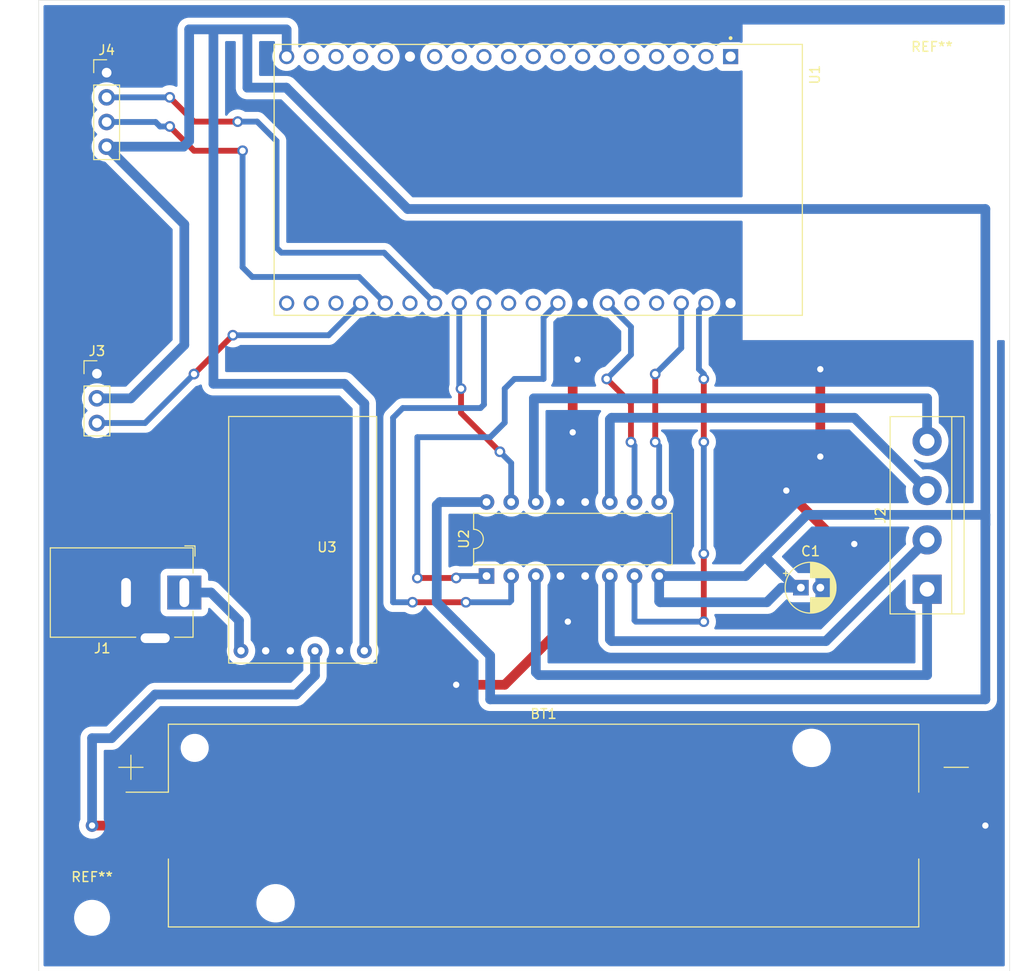
<source format=kicad_pcb>
(kicad_pcb (version 20240108) (generator "pcbnew") (generator_version "8.0")
  (layers (0 "F.Cu" signal) (31 "B.Cu" signal) (34 "B.Paste" user) (35 "F.Paste" user) (36 "B.SilkS" user "B.Silkscreen") (37 "F.SilkS" user "F.Silkscreen") (38 "B.Mask" user) (39 "F.Mask" user) (44 "Edge.Cuts" user))
  (net 0 "")
  (net 1 "GND")
  (net 2 "+BATT")
  (net 3 "+5V")
  (net 4 "VDC")
  (net 5 "/Potencia_3y")
  (net 6 "/Potencia_2y")
  (net 7 "/Potencia_4y")
  (net 8 "/Potencia_1y")
  (net 9 "/PWM0")
  (net 10 "/D6")
  (net 11 "/D5")
  (net 19 "/D4")
  (net 25 "/D1")
  (net 26 "/PWM2")
  (net 28 "/D3")
  (net 38 "/D2")
  (net 41 "/PWM1")
  (footprint "Package_DIP:DIP-16_W7.62mm" (layer "F.Cu") (at 131.625 107.3 90)
    (property "Reference" "U2" (at 3.81 -2.33 90) (layer "F.SilkS"))
    (property "Value" "L293D")
    (fp_line (start 6.46 -1.33) (end 4.81 -1.33) (stroke (width 0.12)) (layer "F.SilkS"))
    (fp_line (start 2.81 -1.33) (end 1.16 -1.33) (stroke (width 0.12)) (layer "F.SilkS"))
    (fp_line (start 1.16 -1.33) (end 1.16 19.11) (stroke (width 0.12)) (layer "F.SilkS"))
    (fp_line (start 6.46 19.11) (end 6.46 -1.33) (stroke (width 0.12)) (layer "F.SilkS"))
    (fp_line (start 1.16 19.11) (end 6.46 19.11) (stroke (width 0.12)) (layer "F.SilkS"))
    (fp_arc (start 4.81 -1.33) (mid 3.81 -0.33) (end 2.81 -1.33) (stroke (width 0.12)) (layer "F.SilkS"))
    (pad "1" thru_hole rect (at 0 0 90) (size 1.6 1.6) (drill 0.8) (layers "*.Cu" "*.Mask") (net 41 "/PWM1"))
    (pad "2" thru_hole oval (at 0 2.54 90) (size 1.6 1.6) (drill 0.8) (layers "*.Cu" "*.Mask") (net 25 "/D1"))
    (pad "3" thru_hole oval (at 0 5.08 90) (size 1.6 1.6) (drill 0.8) (layers "*.Cu" "*.Mask") (net 8 "/Potencia_1y"))
    (pad "4" thru_hole oval (at 0 7.62 90) (size 1.6 1.6) (drill 0.8) (layers "*.Cu" "*.Mask") (net 1 "GND"))
    (pad "5" thru_hole oval (at 0 10.16 90) (size 1.6 1.6) (drill 0.8) (layers "*.Cu" "*.Mask") (net 1 "GND"))
    (pad "6" thru_hole oval (at 0 12.7 90) (size 1.6 1.6) (drill 0.8) (layers "*.Cu" "*.Mask") (net 6 "/Potencia_2y"))
    (pad "7" thru_hole oval (at 0 15.24 90) (size 1.6 1.6) (drill 0.8) (layers "*.Cu" "*.Mask") (net 38 "/D2"))
    (pad "8" thru_hole oval (at 0 17.78 90) (size 1.6 1.6) (drill 0.8) (layers "*.Cu" "*.Mask") (net 3 "+5V"))
    (pad "9" thru_hole oval (at 7.62 17.78 90) (size 1.6 1.6) (drill 0.8) (layers "*.Cu" "*.Mask") (net 26 "/PWM2"))
    (pad "10" thru_hole oval (at 7.62 15.24 90) (size 1.6 1.6) (drill 0.8) (layers "*.Cu" "*.Mask") (net 28 "/D3"))
    (pad "11" thru_hole oval (at 7.62 12.7 90) (size 1.6 1.6) (drill 0.8) (layers "*.Cu" "*.Mask") (net 5 "/Potencia_3y"))
    (pad "12" thru_hole oval (at 7.62 10.16 90) (size 1.6 1.6) (drill 0.8) (layers "*.Cu" "*.Mask") (net 1 "GND"))
    (pad "13" thru_hole oval (at 7.62 7.62 90) (size 1.6 1.6) (drill 0.8) (layers "*.Cu" "*.Mask") (net 1 "GND"))
    (pad "14" thru_hole oval (at 7.62 5.08 90) (size 1.6 1.6) (drill 0.8) (layers "*.Cu" "*.Mask") (net 7 "/Potencia_4y"))
    (pad "15" thru_hole oval (at 7.62 2.54 90) (size 1.6 1.6) (drill 0.8) (layers "*.Cu" "*.Mask") (net 19 "/D4"))
    (pad "16" thru_hole oval (at 7.62 0 90) (size 1.6 1.6) (drill 0.8) (layers "*.Cu" "*.Mask") (net 3 "+5V"))
  )
  (footprint "MountingHole:MountingHole_3.2mm_M3" (layer "F.Cu") (at 177.5 57)
    (property "Reference" "REF**" (at 0 -4.2 0) (layer "F.SilkS"))
    (property "Value" "MountingHole_3.2mm_M3")
    (pad "" np_thru_hole circle (at 0 0) (size 3.2 3.2) (drill 3.2) (layers "*.Cu" "*.Mask"))
  )
  (footprint "MH-CD42:mh-cd42" (layer "F.Cu") (at 112.69 103.57)
    (property "Reference" "U3" (at 2.5 0.77 0) (layer "F.SilkS"))
    (property "Value" "mh-cd42")
    (fp_rect (start -7.62 -12.7) (end 7.62 12.7) (stroke (width 0.12)) (fill none) (layer "F.SilkS"))
    (pad "1" thru_hole circle (at -6.35 11.43) (size 1.524 1.524) (drill 0.762) (layers "*.Cu" "*.Mask") (net 4 "VDC"))
    (pad "2" thru_hole circle (at -3.81 11.43) (size 1.524 1.524) (drill 0.762) (layers "*.Cu" "*.Mask") (net 1 "GND"))
    (pad "3" thru_hole circle (at -1.27 11.43) (size 1.524 1.524) (drill 0.762) (layers "*.Cu" "*.Mask") (net 1 "GND"))
    (pad "4" thru_hole circle (at 1.27 11.43) (size 1.524 1.524) (drill 0.762) (layers "*.Cu" "*.Mask") (net 2 "+BATT"))
    (pad "5" thru_hole circle (at 3.81 11.43) (size 1.524 1.524) (drill 0.762) (layers "*.Cu" "*.Mask") (net 1 "GND"))
    (pad "6" thru_hole circle (at 6.35 11.43) (size 1.524 1.524) (drill 0.762) (layers "*.Cu" "*.Mask") (net 3 "+5V"))
  )
  (footprint "MountingHole:MountingHole_3.2mm_M3" (layer "F.Cu") (at 91 142.5)
    (property "Reference" "REF**" (at 0 -4.2 0) (layer "F.SilkS"))
    (property "Value" "MountingHole_3.2mm_M3")
    (pad "" np_thru_hole circle (at 0 0) (size 3.2 3.2) (drill 3.2) (layers "*.Cu" "*.Mask"))
  )
  (footprint "Connector_BarrelJack:BarrelJack_Horizontal" (layer "F.Cu") (at 100.5 109)
    (property "Reference" "J1" (at -8.45 5.75 0) (layer "F.SilkS"))
    (property "Value" "Barrel_Jack_Switch")
    (fp_line (start -13.8 -4.6) (end 0.9 -4.6) (stroke (width 0.12)) (layer "F.SilkS"))
    (fp_line (start -13.8 4.6) (end -13.8 -4.6) (stroke (width 0.12)) (layer "F.SilkS"))
    (fp_line (start -5 4.6) (end -13.8 4.6) (stroke (width 0.12)) (layer "F.SilkS"))
    (fp_line (start 0.05 -4.8) (end 1.1 -4.8) (stroke (width 0.12)) (layer "F.SilkS"))
    (fp_line (start 0.9 -4.6) (end 0.9 -2) (stroke (width 0.12)) (layer "F.SilkS"))
    (fp_line (start 0.9 1.9) (end 0.9 4.6) (stroke (width 0.12)) (layer "F.SilkS"))
    (fp_line (start 0.9 4.6) (end -1 4.6) (stroke (width 0.12)) (layer "F.SilkS"))
    (fp_line (start 1.1 -3.75) (end 1.1 -4.8) (stroke (width 0.12)) (layer "F.SilkS"))
    (pad "1" thru_hole rect (at 0 0) (size 3.5 3.5) (drill oval 1 3) (layers "*.Cu" "*.Mask") (net 4 "VDC"))
    (pad "2" thru_hole roundrect (at -6 0) (size 3 3.5) (drill oval 1 3) (layers "*.Cu" "*.Mask") (net 1 "GND"))
    (pad "3" thru_hole roundrect (at -3 4.7) (size 3.5 3.5) (drill oval 3 1) (layers "*.Cu" "*.Mask") (net 1 "GND"))
  )
  (footprint "Capacitor_THT:CP_Radial_D5.0mm_P2.00mm" (layer "F.Cu") (at 164 108.5)
    (property "Reference" "C1" (at 1 -3.75 0) (layer "F.SilkS"))
    (property "Value" "C_Polarized")
    (fp_line (start -1.804775 -1.475) (end -1.304775 -1.475) (stroke (width 0.12)) (layer "F.SilkS"))
    (fp_line (start -1.554775 -1.725) (end -1.554775 -1.225) (stroke (width 0.12)) (layer "F.SilkS"))
    (fp_line (start 1 -2.58) (end 1 -1.04) (stroke (width 0.12)) (layer "F.SilkS"))
    (fp_line (start 1 1.04) (end 1 2.58) (stroke (width 0.12)) (layer "F.SilkS"))
    (fp_line (start 1.04 -2.58) (end 1.04 -1.04) (stroke (width 0.12)) (layer "F.SilkS"))
    (fp_line (start 1.04 1.04) (end 1.04 2.58) (stroke (width 0.12)) (layer "F.SilkS"))
    (fp_line (start 1.08 -2.579) (end 1.08 -1.04) (stroke (width 0.12)) (layer "F.SilkS"))
    (fp_line (start 1.08 1.04) (end 1.08 2.579) (stroke (width 0.12)) (layer "F.SilkS"))
    (fp_line (start 1.12 -2.578) (end 1.12 -1.04) (stroke (width 0.12)) (layer "F.SilkS"))
    (fp_line (start 1.12 1.04) (end 1.12 2.578) (stroke (width 0.12)) (layer "F.SilkS"))
    (fp_line (start 1.16 -2.576) (end 1.16 -1.04) (stroke (width 0.12)) (layer "F.SilkS"))
    (fp_line (start 1.16 1.04) (end 1.16 2.576) (stroke (width 0.12)) (layer "F.SilkS"))
    (fp_line (start 1.2 -2.573) (end 1.2 -1.04) (stroke (width 0.12)) (layer "F.SilkS"))
    (fp_line (start 1.2 1.04) (end 1.2 2.573) (stroke (width 0.12)) (layer "F.SilkS"))
    (fp_line (start 1.24 -2.569) (end 1.24 -1.04) (stroke (width 0.12)) (layer "F.SilkS"))
    (fp_line (start 1.24 1.04) (end 1.24 2.569) (stroke (width 0.12)) (layer "F.SilkS"))
    (fp_line (start 1.28 -2.565) (end 1.28 -1.04) (stroke (width 0.12)) (layer "F.SilkS"))
    (fp_line (start 1.28 1.04) (end 1.28 2.565) (stroke (width 0.12)) (layer "F.SilkS"))
    (fp_line (start 1.32 -2.561) (end 1.32 -1.04) (stroke (width 0.12)) (layer "F.SilkS"))
    (fp_line (start 1.32 1.04) (end 1.32 2.561) (stroke (width 0.12)) (layer "F.SilkS"))
    (fp_line (start 1.36 -2.556) (end 1.36 -1.04) (stroke (width 0.12)) (layer "F.SilkS"))
    (fp_line (start 1.36 1.04) (end 1.36 2.556) (stroke (width 0.12)) (layer "F.SilkS"))
    (fp_line (start 1.4 -2.55) (end 1.4 -1.04) (stroke (width 0.12)) (layer "F.SilkS"))
    (fp_line (start 1.4 1.04) (end 1.4 2.55) (stroke (width 0.12)) (layer "F.SilkS"))
    (fp_line (start 1.44 -2.543) (end 1.44 -1.04) (stroke (width 0.12)) (layer "F.SilkS"))
    (fp_line (start 1.44 1.04) (end 1.44 2.543) (stroke (width 0.12)) (layer "F.SilkS"))
    (fp_line (start 1.48 -2.536) (end 1.48 -1.04) (stroke (width 0.12)) (layer "F.SilkS"))
    (fp_line (start 1.48 1.04) (end 1.48 2.536) (stroke (width 0.12)) (layer "F.SilkS"))
    (fp_line (start 1.52 -2.528) (end 1.52 -1.04) (stroke (width 0.12)) (layer "F.SilkS"))
    (fp_line (start 1.52 1.04) (end 1.52 2.528) (stroke (width 0.12)) (layer "F.SilkS"))
    (fp_line (start 1.56 -2.52) (end 1.56 -1.04) (stroke (width 0.12)) (layer "F.SilkS"))
    (fp_line (start 1.56 1.04) (end 1.56 2.52) (stroke (width 0.12)) (layer "F.SilkS"))
    (fp_line (start 1.6 -2.511) (end 1.6 -1.04) (stroke (width 0.12)) (layer "F.SilkS"))
    (fp_line (start 1.6 1.04) (end 1.6 2.511) (stroke (width 0.12)) (layer "F.SilkS"))
    (fp_line (start 1.64 -2.501) (end 1.64 -1.04) (stroke (width 0.12)) (layer "F.SilkS"))
    (fp_line (start 1.64 1.04) (end 1.64 2.501) (stroke (width 0.12)) (layer "F.SilkS"))
    (fp_line (start 1.68 -2.491) (end 1.68 -1.04) (stroke (width 0.12)) (layer "F.SilkS"))
    (fp_line (start 1.68 1.04) (end 1.68 2.491) (stroke (width 0.12)) (layer "F.SilkS"))
    (fp_line (start 1.721 -2.48) (end 1.721 -1.04) (stroke (width 0.12)) (layer "F.SilkS"))
    (fp_line (start 1.721 1.04) (end 1.721 2.48) (stroke (width 0.12)) (layer "F.SilkS"))
    (fp_line (start 1.761 -2.468) (end 1.761 -1.04) (stroke (width 0.12)) (layer "F.SilkS"))
    (fp_line (start 1.761 1.04) (end 1.761 2.468) (stroke (width 0.12)) (layer "F.SilkS"))
    (fp_line (start 1.801 -2.455) (end 1.801 -1.04) (stroke (width 0.12)) (layer "F.SilkS"))
    (fp_line (start 1.801 1.04) (end 1.801 2.455) (stroke (width 0.12)) (layer "F.SilkS"))
    (fp_line (start 1.841 -2.442) (end 1.841 -1.04) (stroke (width 0.12)) (layer "F.SilkS"))
    (fp_line (start 1.841 1.04) (end 1.841 2.442) (stroke (width 0.12)) (layer "F.SilkS"))
    (fp_line (start 1.881 -2.428) (end 1.881 -1.04) (stroke (width 0.12)) (layer "F.SilkS"))
    (fp_line (start 1.881 1.04) (end 1.881 2.428) (stroke (width 0.12)) (layer "F.SilkS"))
    (fp_line (start 1.921 -2.414) (end 1.921 -1.04) (stroke (width 0.12)) (layer "F.SilkS"))
    (fp_line (start 1.921 1.04) (end 1.921 2.414) (stroke (width 0.12)) (layer "F.SilkS"))
    (fp_line (start 1.961 -2.398) (end 1.961 -1.04) (stroke (width 0.12)) (layer "F.SilkS"))
    (fp_line (start 1.961 1.04) (end 1.961 2.398) (stroke (width 0.12)) (layer "F.SilkS"))
    (fp_line (start 2.001 -2.382) (end 2.001 -1.04) (stroke (width 0.12)) (layer "F.SilkS"))
    (fp_line (start 2.001 1.04) (end 2.001 2.382) (stroke (width 0.12)) (layer "F.SilkS"))
    (fp_line (start 2.041 -2.365) (end 2.041 -1.04) (stroke (width 0.12)) (layer "F.SilkS"))
    (fp_line (start 2.041 1.04) (end 2.041 2.365) (stroke (width 0.12)) (layer "F.SilkS"))
    (fp_line (start 2.081 -2.348) (end 2.081 -1.04) (stroke (width 0.12)) (layer "F.SilkS"))
    (fp_line (start 2.081 1.04) (end 2.081 2.348) (stroke (width 0.12)) (layer "F.SilkS"))
    (fp_line (start 2.121 -2.329) (end 2.121 -1.04) (stroke (width 0.12)) (layer "F.SilkS"))
    (fp_line (start 2.121 1.04) (end 2.121 2.329) (stroke (width 0.12)) (layer "F.SilkS"))
    (fp_line (start 2.161 -2.31) (end 2.161 -1.04) (stroke (width 0.12)) (layer "F.SilkS"))
    (fp_line (start 2.161 1.04) (end 2.161 2.31) (stroke (width 0.12)) (layer "F.SilkS"))
    (fp_line (start 2.201 -2.29) (end 2.201 -1.04) (stroke (width 0.12)) (layer "F.SilkS"))
    (fp_line (start 2.201 1.04) (end 2.201 2.29) (stroke (width 0.12)) (layer "F.SilkS"))
    (fp_line (start 2.241 -2.268) (end 2.241 -1.04) (stroke (width 0.12)) (layer "F.SilkS"))
    (fp_line (start 2.241 1.04) (end 2.241 2.268) (stroke (width 0.12)) (layer "F.SilkS"))
    (fp_line (start 2.281 -2.247) (end 2.281 -1.04) (stroke (width 0.12)) (layer "F.SilkS"))
    (fp_line (start 2.281 1.04) (end 2.281 2.247) (stroke (width 0.12)) (layer "F.SilkS"))
    (fp_line (start 2.321 -2.224) (end 2.321 -1.04) (stroke (width 0.12)) (layer "F.SilkS"))
    (fp_line (start 2.321 1.04) (end 2.321 2.224) (stroke (width 0.12)) (layer "F.SilkS"))
    (fp_line (start 2.361 -2.2) (end 2.361 -1.04) (stroke (width 0.12)) (layer "F.SilkS"))
    (fp_line (start 2.361 1.04) (end 2.361 2.2) (stroke (width 0.12)) (layer "F.SilkS"))
    (fp_line (start 2.401 -2.175) (end 2.401 -1.04) (stroke (width 0.12)) (layer "F.SilkS"))
    (fp_line (start 2.401 1.04) (end 2.401 2.175) (stroke (width 0.12)) (layer "F.SilkS"))
    (fp_line (start 2.441 -2.149) (end 2.441 -1.04) (stroke (width 0.12)) (layer "F.SilkS"))
    (fp_line (start 2.441 1.04) (end 2.441 2.149) (stroke (width 0.12)) (layer "F.SilkS"))
    (fp_line (start 2.481 -2.122) (end 2.481 -1.04) (stroke (width 0.12)) (layer "F.SilkS"))
    (fp_line (start 2.481 1.04) (end 2.481 2.122) (stroke (width 0.12)) (layer "F.SilkS"))
    (fp_line (start 2.521 -2.095) (end 2.521 -1.04) (stroke (width 0.12)) (layer "F.SilkS"))
    (fp_line (start 2.521 1.04) (end 2.521 2.095) (stroke (width 0.12)) (layer "F.SilkS"))
    (fp_line (start 2.561 -2.065) (end 2.561 -1.04) (stroke (width 0.12)) (layer "F.SilkS"))
    (fp_line (start 2.561 1.04) (end 2.561 2.065) (stroke (width 0.12)) (layer "F.SilkS"))
    (fp_line (start 2.601 -2.035) (end 2.601 -1.04) (stroke (width 0.12)) (layer "F.SilkS"))
    (fp_line (start 2.601 1.04) (end 2.601 2.035) (stroke (width 0.12)) (layer "F.SilkS"))
    (fp_line (start 2.641 -2.004) (end 2.641 -1.04) (stroke (width 0.12)) (layer "F.SilkS"))
    (fp_line (start 2.641 1.04) (end 2.641 2.004) (stroke (width 0.12)) (layer "F.SilkS"))
    (fp_line (start 2.681 -1.971) (end 2.681 -1.04) (stroke (width 0.12)) (layer "F.SilkS"))
    (fp_line (start 2.681 1.04) (end 2.681 1.971) (stroke (width 0.12)) (layer "F.SilkS"))
    (fp_line (start 2.721 -1.937) (end 2.721 -1.04) (stroke (width 0.12)) (layer "F.SilkS"))
    (fp_line (start 2.721 1.04) (end 2.721 1.937) (stroke (width 0.12)) (layer "F.SilkS"))
    (fp_line (start 2.761 -1.901) (end 2.761 -1.04) (stroke (width 0.12)) (layer "F.SilkS"))
    (fp_line (start 2.761 1.04) (end 2.761 1.901) (stroke (width 0.12)) (layer "F.SilkS"))
    (fp_line (start 2.801 -1.864) (end 2.801 -1.04) (stroke (width 0.12)) (layer "F.SilkS"))
    (fp_line (start 2.801 1.04) (end 2.801 1.864) (stroke (width 0.12)) (layer "F.SilkS"))
    (fp_line (start 2.841 -1.826) (end 2.841 -1.04) (stroke (width 0.12)) (layer "F.SilkS"))
    (fp_line (start 2.841 1.04) (end 2.841 1.826) (stroke (width 0.12)) (layer "F.SilkS"))
    (fp_line (start 2.881 -1.785) (end 2.881 -1.04) (stroke (width 0.12)) (layer "F.SilkS"))
    (fp_line (start 2.881 1.04) (end 2.881 1.785) (stroke (width 0.12)) (layer "F.SilkS"))
    (fp_line (start 2.921 -1.743) (end 2.921 -1.04) (stroke (width 0.12)) (layer "F.SilkS"))
    (fp_line (start 2.921 1.04) (end 2.921 1.743) (stroke (width 0.12)) (layer "F.SilkS"))
    (fp_line (start 2.961 -1.699) (end 2.961 -1.04) (stroke (width 0.12)) (layer "F.SilkS"))
    (fp_line (start 2.961 1.04) (end 2.961 1.699) (stroke (width 0.12)) (layer "F.SilkS"))
    (fp_line (start 3.001 -1.653) (end 3.001 -1.04) (stroke (width 0.12)) (layer "F.SilkS"))
    (fp_line (start 3.001 1.04) (end 3.001 1.653) (stroke (width 0.12)) (layer "F.SilkS"))
    (fp_line (start 3.041 -1.605) (end 3.041 1.605) (stroke (width 0.12)) (layer "F.SilkS"))
    (fp_line (start 3.081 -1.554) (end 3.081 1.554) (stroke (width 0.12)) (layer "F.SilkS"))
    (fp_line (start 3.121 -1.5) (end 3.121 1.5) (stroke (width 0.12)) (layer "F.SilkS"))
    (fp_line (start 3.161 -1.443) (end 3.161 1.443) (stroke (width 0.12)) (layer "F.SilkS"))
    (fp_line (start 3.201 -1.383) (end 3.201 1.383) (stroke (width 0.12)) (layer "F.SilkS"))
    (fp_line (start 3.241 -1.319) (end 3.241 1.319) (stroke (width 0.12)) (layer "F.SilkS"))
    (fp_line (start 3.281 -1.251) (end 3.281 1.251) (stroke (width 0.12)) (layer "F.SilkS"))
    (fp_line (start 3.321 -1.178) (end 3.321 1.178) (stroke (width 0.12)) (layer "F.SilkS"))
    (fp_line (start 3.361 -1.098) (end 3.361 1.098) (stroke (width 0.12)) (layer "F.SilkS"))
    (fp_line (start 3.401 -1.011) (end 3.401 1.011) (stroke (width 0.12)) (layer "F.SilkS"))
    (fp_line (start 3.441 -0.915) (end 3.441 0.915) (stroke (width 0.12)) (layer "F.SilkS"))
    (fp_line (start 3.481 -0.805) (end 3.481 0.805) (stroke (width 0.12)) (layer "F.SilkS"))
    (fp_line (start 3.521 -0.677) (end 3.521 0.677) (stroke (width 0.12)) (layer "F.SilkS"))
    (fp_line (start 3.561 -0.518) (end 3.561 0.518) (stroke (width 0.12)) (layer "F.SilkS"))
    (fp_line (start 3.601 -0.284) (end 3.601 0.284) (stroke (width 0.12)) (layer "F.SilkS"))
    (fp_circle (center 1 0) (end 3.62 0) (stroke (width 0.12)) (fill none) (layer "F.SilkS"))
    (pad "1" thru_hole rect (at 0 0) (size 1.6 1.6) (drill 0.8) (layers "*.Cu" "*.Mask") (net 3 "+5V"))
    (pad "2" thru_hole circle (at 2 0) (size 1.6 1.6) (drill 0.8) (layers "*.Cu" "*.Mask") (net 1 "GND"))
  )
  (footprint "Connector_PinHeader_2.54mm:PinHeader_1x03_P2.54mm_Vertical" (layer "F.Cu") (at 91.5 86.46)
    (property "Reference" "J3" (at 0 -2.33 0) (layer "F.SilkS"))
    (property "Value" "ServoMotor")
    (fp_line (start -1.33 -1.33) (end 0 -1.33) (stroke (width 0.12)) (layer "F.SilkS"))
    (fp_line (start -1.33 0) (end -1.33 -1.33) (stroke (width 0.12)) (layer "F.SilkS"))
    (fp_line (start -1.33 1.27) (end -1.33 6.41) (stroke (width 0.12)) (layer "F.SilkS"))
    (fp_line (start -1.33 1.27) (end 1.33 1.27) (stroke (width 0.12)) (layer "F.SilkS"))
    (fp_line (start -1.33 6.41) (end 1.33 6.41) (stroke (width 0.12)) (layer "F.SilkS"))
    (fp_line (start 1.33 1.27) (end 1.33 6.41) (stroke (width 0.12)) (layer "F.SilkS"))
    (pad "1" thru_hole rect (at 0 0) (size 1.7 1.7) (drill 1) (layers "*.Cu" "*.Mask") (net 1 "GND"))
    (pad "2" thru_hole oval (at 0 2.54) (size 1.7 1.7) (drill 1) (layers "*.Cu" "*.Mask") (net 3 "+5V"))
    (pad "3" thru_hole oval (at 0 5.08) (size 1.7 1.7) (drill 1) (layers "*.Cu" "*.Mask") (net 9 "/PWM0"))
  )
  (footprint "Battery:BatteryHolder_Keystone_1042_1x18650" (layer "F.Cu") (at 137.5 133)
    (property "Reference" "BT1" (at 0 -11.5 0) (layer "F.SilkS"))
    (property "Value" "Battery")
    (fp_line (start -43.75 -6) (end -41.25 -6) (stroke (width 0.12)) (layer "F.SilkS"))
    (fp_line (start -42.5 -4.75) (end -42.5 -7.25) (stroke (width 0.12)) (layer "F.SilkS"))
    (fp_line (start -38.64 -10.44) (end -38.64 -3.44) (stroke (width 0.12)) (layer "F.SilkS"))
    (fp_line (start -38.64 -3.44) (end -43 -3.44) (stroke (width 0.12)) (layer "F.SilkS"))
    (fp_line (start -38.64 10.44) (end -38.64 3.44) (stroke (width 0.12)) (layer "F.SilkS"))
    (fp_line (start 38.64 -10.44) (end -38.64 -10.44) (stroke (width 0.12)) (layer "F.SilkS"))
    (fp_line (start 38.64 -3.44) (end 38.64 -10.42) (stroke (width 0.12)) (layer "F.SilkS"))
    (fp_line (start 38.64 3.44) (end 38.64 10.44) (stroke (width 0.12)) (layer "F.SilkS"))
    (fp_line (start 38.64 10.44) (end -38.64 10.44) (stroke (width 0.12)) (layer "F.SilkS"))
    (fp_line (start 43.75 -6) (end 41.25 -6) (stroke (width 0.12)) (layer "F.SilkS"))
    (pad "" np_thru_hole circle (at -35.93 -8) (size 2.39 2.39) (drill 2.39) (layers "*.Cu" "*.Mask"))
    (pad "" np_thru_hole circle (at -27.6 8) (size 3.45 3.45) (drill 3.45) (layers "*.Cu" "*.Mask"))
    (pad "" np_thru_hole circle (at 27.6 -8) (size 3.45 3.45) (drill 3.45) (layers "*.Cu" "*.Mask"))
    (pad "1" smd rect (at -39.33 0) (size 7.34 6.35) (layers "F.Cu" "F.Paste" "F.Mask") (net 2 "+BATT"))
    (pad "2" smd rect (at 39.33 0) (size 7.34 6.35) (layers "F.Cu" "F.Paste" "F.Mask") (net 1 "GND"))
  )
  (footprint "ESP-DevKitC:MODULE_ESP32-DEVKITC-32D" (layer "F.Cu") (at 137 66.5 -90)
    (property "Reference" "U1" (at -10.829175 -28.446045 90) (layer "F.SilkS") (effects (font (size 1.000386 1.000386))))
    (property "Value" "ESP32-DEVKITC-32D")
    (fp_line (start -13.95 27.25) (end -13.95 -27.15) (stroke (width 0.127)) (layer "F.SilkS"))
    (fp_line (start 13.95 27.25) (end -13.95 27.25) (stroke (width 0.127)) (layer "F.SilkS"))
    (fp_line (start -13.95 -27.15) (end 13.95 -27.15) (stroke (width 0.127)) (layer "F.SilkS"))
    (fp_line (start 13.95 -27.15) (end 13.95 27.25) (stroke (width 0.127)) (layer "F.SilkS"))
    (fp_circle (center -14.6 -19.76) (end -14.5 -19.76) (stroke (width 0.2)) (fill none) (layer "F.SilkS"))
    (pad "J2-1" thru_hole rect (at -12.7 -19.76 270) (size 1.56 1.56) (drill 1.04) (layers "*.Cu" "*.Mask"))
    (pad "J2-2" thru_hole circle (at -12.7 -17.22 270) (size 1.56 1.56) (drill 1.04) (layers "*.Cu" "*.Mask"))
    (pad "J2-3" thru_hole circle (at -12.7 -14.68 270) (size 1.56 1.56) (drill 1.04) (layers "*.Cu" "*.Mask"))
    (pad "J2-4" thru_hole circle (at -12.7 -12.14 270) (size 1.56 1.56) (drill 1.04) (layers "*.Cu" "*.Mask"))
    (pad "J2-5" thru_hole circle (at -12.7 -9.6 270) (size 1.56 1.56) (drill 1.04) (layers "*.Cu" "*.Mask"))
    (pad "J2-6" thru_hole circle (at -12.7 -7.06 270) (size 1.56 1.56) (drill 1.04) (layers "*.Cu" "*.Mask"))
    (pad "J2-7" thru_hole circle (at -12.7 -4.52 270) (size 1.56 1.56) (drill 1.04) (layers "*.Cu" "*.Mask"))
    (pad "J2-8" thru_hole circle (at -12.7 -1.98 270) (size 1.56 1.56) (drill 1.04) (layers "*.Cu" "*.Mask"))
    (pad "J2-9" thru_hole circle (at -12.7 0.56 270) (size 1.56 1.56) (drill 1.04) (layers "*.Cu" "*.Mask"))
    (pad "J2-10" thru_hole circle (at -12.7 3.1 270) (size 1.56 1.56) (drill 1.04) (layers "*.Cu" "*.Mask"))
    (pad "J2-11" thru_hole circle (at -12.7 5.64 270) (size 1.56 1.56) (drill 1.04) (layers "*.Cu" "*.Mask"))
    (pad "J2-12" thru_hole circle (at -12.7 8.18 270) (size 1.56 1.56) (drill 1.04) (layers "*.Cu" "*.Mask"))
    (pad "J2-13" thru_hole circle (at -12.7 10.72 270) (size 1.56 1.56) (drill 1.04) (layers "*.Cu" "*.Mask"))
    (pad "J2-14" thru_hole circle (at -12.7 13.26 270) (size 1.56 1.56) (drill 1.04) (layers "*.Cu" "*.Mask") (net 1 "GND"))
    (pad "J2-15" thru_hole circle (at -12.7 15.8 270) (size 1.56 1.56) (drill 1.04) (layers "*.Cu" "*.Mask"))
    (pad "J2-16" thru_hole circle (at -12.7 18.34 270) (size 1.56 1.56) (drill 1.04) (layers "*.Cu" "*.Mask"))
    (pad "J2-17" thru_hole circle (at -12.7 20.88 270) (size 1.56 1.56) (drill 1.04) (layers "*.Cu" "*.Mask"))
    (pad "J2-18" thru_hole circle (at -12.7 23.42 270) (size 1.56 1.56) (drill 1.04) (layers "*.Cu" "*.Mask"))
    (pad "J2-19" thru_hole circle (at -12.7 25.96 270) (size 1.56 1.56) (drill 1.04) (layers "*.Cu" "*.Mask") (net 3 "+5V"))
    (pad "J3-1" thru_hole circle (at 12.7 -19.76 270) (size 1.56 1.56) (drill 1.04) (layers "*.Cu" "*.Mask") (net 1 "GND"))
    (pad "J3-2" thru_hole circle (at 12.7 -17.22 270) (size 1.56 1.56) (drill 1.04) (layers "*.Cu" "*.Mask") (net 38 "/D2"))
    (pad "J3-3" thru_hole circle (at 12.7 -14.68 270) (size 1.56 1.56) (drill 1.04) (layers "*.Cu" "*.Mask") (net 26 "/PWM2"))
    (pad "J3-4" thru_hole circle (at 12.7 -12.14 270) (size 1.56 1.56) (drill 1.04) (layers "*.Cu" "*.Mask"))
    (pad "J3-5" thru_hole circle (at 12.7 -9.6 270) (size 1.56 1.56) (drill 1.04) (layers "*.Cu" "*.Mask"))
    (pad "J3-6" thru_hole circle (at 12.7 -7.06 270) (size 1.56 1.56) (drill 1.04) (layers "*.Cu" "*.Mask") (net 28 "/D3"))
    (pad "J3-7" thru_hole circle (at 12.7 -4.52 270) (size 1.56 1.56) (drill 1.04) (layers "*.Cu" "*.Mask") (net 1 "GND"))
    (pad "J3-8" thru_hole circle (at 12.7 -1.98 270) (size 1.56 1.56) (drill 1.04) (layers "*.Cu" "*.Mask") (net 41 "/PWM1"))
    (pad "J3-9" thru_hole circle (at 12.7 0.56 270) (size 1.56 1.56) (drill 1.04) (layers "*.Cu" "*.Mask"))
    (pad "J3-10" thru_hole circle (at 12.7 3.1 270) (size 1.56 1.56) (drill 1.04) (layers "*.Cu" "*.Mask"))
    (pad "J3-11" thru_hole circle (at 12.7 5.64 270) (size 1.56 1.56) (drill 1.04) (layers "*.Cu" "*.Mask") (net 25 "/D1"))
    (pad "J3-12" thru_hole circle (at 12.7 8.18 270) (size 1.56 1.56) (drill 1.04) (layers "*.Cu" "*.Mask") (net 19 "/D4"))
    (pad "J3-13" thru_hole circle (at 12.7 10.72 270) (size 1.56 1.56) (drill 1.04) (layers "*.Cu" "*.Mask") (net 11 "/D5"))
    (pad "J3-14" thru_hole circle (at 12.7 13.26 270) (size 1.56 1.56) (drill 1.04) (layers "*.Cu" "*.Mask"))
    (pad "J3-15" thru_hole circle (at 12.7 15.8 270) (size 1.56 1.56) (drill 1.04) (layers "*.Cu" "*.Mask") (net 10 "/D6"))
    (pad "J3-16" thru_hole circle (at 12.7 18.34 270) (size 1.56 1.56) (drill 1.04) (layers "*.Cu" "*.Mask") (net 9 "/PWM0"))
    (pad "J3-17" thru_hole circle (at 12.7 20.88 270) (size 1.56 1.56) (drill 1.04) (layers "*.Cu" "*.Mask"))
    (pad "J3-18" thru_hole circle (at 12.7 23.42 270) (size 1.56 1.56) (drill 1.04) (layers "*.Cu" "*.Mask"))
    (pad "J3-19" thru_hole circle (at 12.7 25.96 270) (size 1.56 1.56) (drill 1.04) (layers "*.Cu" "*.Mask"))
  )
  (footprint "Connector_PinHeader_2.54mm:PinHeader_1x04_P2.54mm_Vertical" (layer "F.Cu") (at 92.5 55.46)
    (property "Reference" "J4" (at 0 -2.33 0) (layer "F.SilkS"))
    (property "Value" "PorSiAcaso")
    (fp_line (start -1.33 -1.33) (end 0 -1.33) (stroke (width 0.12)) (layer "F.SilkS"))
    (fp_line (start -1.33 0) (end -1.33 -1.33) (stroke (width 0.12)) (layer "F.SilkS"))
    (fp_line (start -1.33 1.27) (end -1.33 8.95) (stroke (width 0.12)) (layer "F.SilkS"))
    (fp_line (start -1.33 1.27) (end 1.33 1.27) (stroke (width 0.12)) (layer "F.SilkS"))
    (fp_line (start -1.33 8.95) (end 1.33 8.95) (stroke (width 0.12)) (layer "F.SilkS"))
    (fp_line (start 1.33 1.27) (end 1.33 8.95) (stroke (width 0.12)) (layer "F.SilkS"))
    (pad "1" thru_hole rect (at 0 0) (size 1.7 1.7) (drill 1) (layers "*.Cu" "*.Mask") (net 1 "GND"))
    (pad "2" thru_hole oval (at 0 2.54) (size 1.7 1.7) (drill 1) (layers "*.Cu" "*.Mask") (net 11 "/D5"))
    (pad "3" thru_hole oval (at 0 5.08) (size 1.7 1.7) (drill 1) (layers "*.Cu" "*.Mask") (net 10 "/D6"))
    (pad "4" thru_hole oval (at 0 7.62) (size 1.7 1.7) (drill 1) (layers "*.Cu" "*.Mask") (net 3 "+5V"))
  )
  (footprint "TerminalBlock:TerminalBlock_bornier-4_P5.08mm" (layer "F.Cu") (at 177 108.66 90)
    (property "Reference" "J2" (at 7.6 -4.8 90) (layer "F.SilkS"))
    (property "Value" "Motores")
    (fp_line (start -2.54 -3.81) (end 17.78 -3.81) (stroke (width 0.12)) (layer "F.SilkS"))
    (fp_line (start -2.54 -3.81) (end -2.54 3.81) (stroke (width 0.12)) (layer "F.SilkS"))
    (fp_line (start 17.78 2.54) (end -2.54 2.54) (stroke (width 0.12)) (layer "F.SilkS"))
    (fp_line (start 17.78 3.81) (end 17.78 -3.81) (stroke (width 0.12)) (layer "F.SilkS"))
    (fp_line (start -2.54 3.81) (end 17.78 3.81) (stroke (width 0.12)) (layer "F.SilkS"))
    (pad "1" thru_hole rect (at 0 0 90) (size 3 3) (drill 1.52) (layers "*.Cu" "*.Mask") (net 8 "/Potencia_1y"))
    (pad "2" thru_hole circle (at 5.08 0 90) (size 3 3) (drill 1.52) (layers "*.Cu" "*.Mask") (net 6 "/Potencia_2y"))
    (pad "3" thru_hole circle (at 10.16 0 90) (size 3 3) (drill 1.52) (layers "*.Cu" "*.Mask") (net 5 "/Potencia_3y"))
    (pad "4" thru_hole circle (at 15.24 0 90) (size 3 3) (drill 1.52) (layers "*.Cu" "*.Mask") (net 7 "/Potencia_4y"))
  )
  (gr_rect (start 85.5 48) (end 185.5 148) (stroke (width 0.05)) (fill none) (layer "Edge.Cuts"))
  (segment (start 128.5 118.5) (end 133.5 118.5) (width 1) (layer "F.Cu") (net 1))
  (segment (start 133.5 118.5) (end 140 112) (width 1) (layer "F.Cu") (net 1))
  (segment (start 140.5 85.5) (end 141 85) (width 1) (layer "F.Cu") (net 1))
  (segment (start 140.5 92.5) (end 140.5 85.5) (width 1) (layer "F.Cu") (net 1))
  (segment (start 166 95) (end 166 86) (width 1) (layer "F.Cu") (net 1))
  (segment (start 168 104) (end 162.5 98.5) (width 1) (layer "F.Cu") (net 1))
  (segment (start 169.5 104) (end 168 104) (width 1) (layer "F.Cu") (net 1))
  (segment (start 176.83 133) (end 183 133) (width 1) (layer "F.Cu") (net 1))
  (via (at 183 133) (size 1.3) (drill 0.65) (layers "F.Cu" "B.Cu") (net 1))
  (via (at 162.5 98.5) (size 1.1) (drill 0.65) (layers "F.Cu" "B.Cu") (net 1))
  (via (at 166 86) (size 1.3) (drill 0.65) (layers "F.Cu" "B.Cu") (net 1))
  (via (at 140.5 92.5) (size 1.1) (drill 0.65) (layers "F.Cu" "B.Cu") (net 1))
  (via (at 169.5 104) (size 1.1) (drill 0.65) (layers "F.Cu" "B.Cu") (net 1))
  (via (at 166 95) (size 1.1) (drill 0.65) (layers "F.Cu" "B.Cu") (net 1))
  (via (at 128.5 118.5) (size 1.1) (drill 0.65) (layers "F.Cu" "B.Cu") (net 1))
  (via (at 140 112) (size 1.3) (drill 0.65) (layers "F.Cu" "B.Cu") (net 1))
  (via (at 141 85) (size 1.1) (drill 0.65) (layers "F.Cu" "B.Cu") (net 1))
  (segment (start 98.17 133) (end 91 133) (width 1) (layer "F.Cu") (net 2))
  (via (at 91 133) (size 1.3) (drill 0.65) (layers "F.Cu" "B.Cu") (net 2))
  (segment (start 113.96 117.54) (end 113.96 115) (width 1) (layer "B.Cu") (net 2))
  (segment (start 93 124) (end 97.5 119.5) (width 1) (layer "B.Cu") (net 2))
  (segment (start 97.5 119.5) (end 112 119.5) (width 1) (layer "B.Cu") (net 2))
  (segment (start 112 119.5) (end 113.96 117.54) (width 1) (layer "B.Cu") (net 2))
  (segment (start 91 124) (end 93 124) (width 1) (layer "B.Cu") (net 2))
  (segment (start 91 133) (end 91 124) (width 1) (layer "B.Cu") (net 2))
  (segment (start 111.04 53.8) (end 111.04 51.04) (width 1) (layer "B.Cu") (net 3))
  (segment (start 132 115.5) (end 128.5 112) (width 1) (layer "B.Cu") (net 3))
  (segment (start 160.3 105.3) (end 164.6 101) (width 1) (layer "B.Cu") (net 3))
  (segment (start 101 62.5) (end 100.42 63.08) (width 1) (layer "B.Cu") (net 3))
  (segment (start 149.405 107.3) (end 149.405 109.905) (width 1) (layer "B.Cu") (net 3))
  (segment (start 132 120) (end 132 115.5) (width 1) (layer "B.Cu") (net 3))
  (segment (start 126.5 110) (end 126.5 100) (width 1) (layer "B.Cu") (net 3))
  (segment (start 119.04 89.54) (end 117 87.5) (width 1) (layer "B.Cu") (net 3))
  (segment (start 163.5 108.5) (end 160.3 105.3) (width 1) (layer "B.Cu") (net 3))
  (segment (start 91.5 89) (end 95 89) (width 1) (layer "B.Cu") (net 3))
  (segment (start 107 57) (end 111 57) (width 1) (layer "B.Cu") (net 3))
  (segment (start 164 108.5) (end 163.5 108.5) (width 1) (layer "B.Cu") (net 3))
  (segment (start 164.6 101) (end 183 101) (width 1) (layer "B.Cu") (net 3))
  (segment (start 149.5 110) (end 160.5 110) (width 1) (layer "B.Cu") (net 3))
  (segment (start 100.42 63.08) (end 92.5 63.08) (width 1) (layer "B.Cu") (net 3))
  (segment (start 126.5 100) (end 126.82 99.68) (width 1) (layer "B.Cu") (net 3))
  (segment (start 101 51) (end 101 62.5) (width 1) (layer "B.Cu") (net 3))
  (segment (start 103.5 87.5) (end 117 87.5) (width 1) (layer "B.Cu") (net 3))
  (segment (start 183 120) (end 132 120) (width 1) (layer "B.Cu") (net 3))
  (segment (start 123.5 69.5) (end 183 69.5) (width 1) (layer "B.Cu") (net 3))
  (segment (start 158.3 107.3) (end 149.405 107.3) (width 1) (layer "B.Cu") (net 3))
  (segment (start 100.5 71.08) (end 92.5 63.08) (width 1) (layer "B.Cu") (net 3))
  (segment (start 100.5 83.5) (end 100.5 71.08) (width 1) (layer "B.Cu") (net 3))
  (segment (start 95 89) (end 100.5 83.5) (width 1) (layer "B.Cu") (net 3))
  (segment (start 111.04 51.04) (end 111 51) (width 1) (layer "B.Cu") (net 3))
  (segment (start 183 102) (end 183 120) (width 1) (layer "B.Cu") (net 3))
  (segment (start 107 51) (end 103.5 51) (width 1) (layer "B.Cu") (net 3))
  (segment (start 103.5 51) (end 101 51) (width 1) (layer "B.Cu") (net 3))
  (segment (start 183 69.5) (end 183 102) (width 1) (layer "B.Cu") (net 3))
  (segment (start 126.82 99.68) (end 131.625 99.68) (width 1) (layer "B.Cu") (net 3))
  (segment (start 111 51) (end 107 51) (width 1) (layer "B.Cu") (net 3))
  (segment (start 158.3 107.3) (end 160.3 105.3) (width 1) (layer "B.Cu") (net 3))
  (segment (start 119.04 115) (end 119.04 89.54) (width 1) (layer "B.Cu") (net 3))
  (segment (start 107 51) (end 107 57) (width 1) (layer "B.Cu") (net 3))
  (segment (start 103.5 51) (end 103.5 87.5) (width 1) (layer "B.Cu") (net 3))
  (segment (start 183 101) (end 183 102) (width 1) (layer "B.Cu") (net 3))
  (segment (start 128.5 112) (end 126.5 110) (width 1) (layer "B.Cu") (net 3))
  (segment (start 162 108.5) (end 164 108.5) (width 1) (layer "B.Cu") (net 3))
  (segment (start 160.5 110) (end 162 108.5) (width 1) (layer "B.Cu") (net 3))
  (segment (start 149.405 109.905) (end 149.5 110) (width 1) (layer "B.Cu") (net 3))
  (segment (start 111 57) (end 123.5 69.5) (width 1) (layer "B.Cu") (net 3))
  (segment (start 106.133288 111.883288) (end 106.133288 114.793288) (width 1) (layer "B.Cu") (net 4))
  (segment (start 100.5 109) (end 103.25 109) (width 1) (layer "B.Cu") (net 4))
  (segment (start 103.25 109) (end 106.133288 111.883288) (width 1) (layer "B.Cu") (net 4))
  (segment (start 177 98.5) (end 169.5 91) (width 1) (layer "B.Cu") (net 5))
  (segment (start 169.5 91) (end 144.5 91) (width 1) (layer "B.Cu") (net 5))
  (segment (start 144.325 91.175) (end 144.5 91) (width 1) (layer "B.Cu") (net 5))
  (segment (start 144.325 99.68) (end 144.325 91.175) (width 1) (layer "B.Cu") (net 5))
  (segment (start 177 103.58) (end 166.58 114) (width 1) (layer "B.Cu") (net 6))
  (segment (start 144.325 113.825) (end 144.5 114) (width 1) (layer "B.Cu") (net 6))
  (segment (start 144.325 107.3) (end 144.325 113.825) (width 1) (layer "B.Cu") (net 6))
  (segment (start 166.58 114) (end 144.5 114) (width 1) (layer "B.Cu") (net 6))
  (segment (start 177 89) (end 136.5 89) (width 1) (layer "B.Cu") (net 7))
  (segment (start 177 93.42) (end 177 89) (width 1) (layer "B.Cu") (net 7))
  (segment (start 136.5 89) (end 136.5 99.475) (width 1) (layer "B.Cu") (net 7))
  (segment (start 136.5 99.475) (end 136.705 99.68) (width 1) (layer "B.Cu") (net 7))
  (segment (start 177 108.66) (end 177 117.5) (width 1) (layer "B.Cu") (net 8))
  (segment (start 136.705 107.3) (end 136.705 117.205) (width 1) (layer "B.Cu") (net 8))
  (segment (start 177 117.5) (end 137 117.5) (width 1) (layer "B.Cu") (net 8))
  (segment (start 136.705 117.205) (end 137 117.5) (width 1) (layer "B.Cu") (net 8))
  (segment (start 101.5 86.5) (end 105.5 82.5) (width 0.6) (layer "F.Cu") (net 9))
  (via (at 101.5 86.5) (size 1.1) (drill 0.65) (layers "F.Cu" "B.Cu") (net 9))
  (via (at 105.5 82.5) (size 1.1) (drill 0.65) (layers "F.Cu" "B.Cu") (net 9))
  (segment (start 105.5 82.5) (end 115.36 82.5) (width 0.6) (layer "B.Cu") (net 9))
  (segment (start 91.5 91.54) (end 96.46 91.54) (width 0.6) (layer "B.Cu") (net 9))
  (segment (start 96.46 91.54) (end 101.5 86.5) (width 0.6) (layer "B.Cu") (net 9))
  (segment (start 115.36 82.5) (end 118.66 79.2) (width 0.6) (layer "B.Cu") (net 9))
  (segment (start 106.5 63.5) (end 101.5 63.5) (width 0.6) (layer "F.Cu") (net 10))
  (segment (start 101.5 63.5) (end 99 61) (width 0.6) (layer "F.Cu") (net 10))
  (via (at 99 61) (size 1.1) (drill 0.65) (layers "F.Cu" "B.Cu") (net 10))
  (via (at 106.5 63.5) (size 1.1) (drill 0.65) (layers "F.Cu" "B.Cu") (net 10))
  (segment (start 106.5 75.5) (end 107.5 76.5) (width 0.6) (layer "B.Cu") (net 10))
  (segment (start 107.5 76.5) (end 118.5 76.5) (width 0.6) (layer "B.Cu") (net 10))
  (segment (start 97.54 60.54) (end 92.5 60.54) (width 0.6) (layer "B.Cu") (net 10))
  (segment (start 106.5 75.5) (end 106.5 63.5) (width 0.6) (layer "B.Cu") (net 10))
  (segment (start 99 61) (end 98 61) (width 0.6) (layer "B.Cu") (net 10))
  (segment (start 98 61) (end 97.54 60.54) (width 0.6) (layer "B.Cu") (net 10))
  (segment (start 118.5 76.5) (end 121.2 79.2) (width 0.6) (layer "B.Cu") (net 10))
  (segment (start 101.5 60.5) (end 99 58) (width 0.6) (layer "F.Cu") (net 11))
  (segment (start 106 60.5) (end 101.5 60.5) (width 0.6) (layer "F.Cu") (net 11))
  (via (at 99 58) (size 1.1) (drill 0.65) (layers "F.Cu" "B.Cu") (net 11))
  (via (at 106 60.5) (size 1.1) (drill 0.65) (layers "F.Cu" "B.Cu") (net 11))
  (segment (start 108 60.5) (end 106 60.5) (width 0.6) (layer "B.Cu") (net 11))
  (segment (start 110.5 74) (end 121.08 74) (width 0.6) (layer "B.Cu") (net 11))
  (segment (start 121.08 74) (end 126.28 79.2) (width 0.6) (layer "B.Cu") (net 11))
  (segment (start 110 73.5) (end 110 62.5) (width 0.6) (layer "B.Cu") (net 11))
  (segment (start 110 73.5) (end 110.5 74) (width 0.6) (layer "B.Cu") (net 11))
  (segment (start 99 58) (end 92.5 58) (width 0.6) (layer "B.Cu") (net 11))
  (segment (start 110 62.5) (end 108 60.5) (width 0.6) (layer "B.Cu") (net 11))
  (segment (start 129 90.5) (end 129 88) (width 0.6) (layer "F.Cu") (net 19))
  (segment (start 133 94.5) (end 129 90.5) (width 0.6) (layer "F.Cu") (net 19))
  (via (at 133 94.5) (size 1.1) (drill 0.65) (layers "F.Cu" "B.Cu") (net 19))
  (via (at 129 88) (size 1.1) (drill 0.65) (layers "F.Cu" "B.Cu") (net 19))
  (segment (start 128.5 79.52) (end 128.82 79.2) (width 0.6) (layer "B.Cu") (net 19))
  (segment (start 129 88) (end 128.82 87.82) (width 0.6) (layer "B.Cu") (net 19))
  (segment (start 128.82 87.82) (end 128.82 79.2) (width 0.6) (layer "B.Cu") (net 19))
  (segment (start 134.165 95.665) (end 133 94.5) (width 0.6) (layer "B.Cu") (net 19))
  (segment (start 134.165 99.68) (end 134.165 95.665) (width 0.6) (layer "B.Cu") (net 19))
  (segment (start 129.5 110) (end 124 110) (width 0.6) (layer "F.Cu") (net 25))
  (via (at 124 110) (size 1.1) (drill 0.65) (layers "F.Cu" "B.Cu") (net 25))
  (via (at 129.5 110) (size 1.1) (drill 0.65) (layers "F.Cu" "B.Cu") (net 25))
  (segment (start 131 90) (end 131.36 89.64) (width 0.6) (layer "B.Cu") (net 25))
  (segment (start 122 110) (end 122 91) (width 0.6) (layer "B.Cu") (net 25))
  (segment (start 131 79.56) (end 131.36 79.2) (width 0.6) (layer "B.Cu") (net 25))
  (segment (start 124 110) (end 122 110) (width 0.6) (layer "B.Cu") (net 25))
  (segment (start 134.165 107.3) (end 134.165 109.835) (width 0.6) (layer "B.Cu") (net 25))
  (segment (start 122 91) (end 123 90) (width 0.6) (layer "B.Cu") (net 25))
  (segment (start 131.36 89.64) (end 131.36 79.2) (width 0.6) (layer "B.Cu") (net 25))
  (segment (start 134 110) (end 129.5 110) (width 0.6) (layer "B.Cu") (net 25))
  (segment (start 123 90) (end 131 90) (width 0.6) (layer "B.Cu") (net 25))
  (segment (start 134.165 109.835) (end 134 110) (width 0.6) (layer "B.Cu") (net 25))
  (segment (start 149 93.5) (end 149 86.5) (width 0.6) (layer "F.Cu") (net 26))
  (via (at 149 93.5) (size 1.1) (drill 0.65) (layers "F.Cu" "B.Cu") (net 26))
  (via (at 149 86.5) (size 1.1) (drill 0.65) (layers "F.Cu" "B.Cu") (net 26))
  (segment (start 151.68 83.82) (end 151.68 79.2) (width 0.6) (layer "B.Cu") (net 26))
  (segment (start 149 86.5) (end 151.68 83.82) (width 0.6) (layer "B.Cu") (net 26))
  (segment (start 149.405 93.905) (end 149 93.5) (width 0.6) (layer "B.Cu") (net 26))
  (segment (start 149.405 99.68) (end 149.405 93.905) (width 0.6) (layer "B.Cu") (net 26))
  (segment (start 146.5 93.5) (end 146.5 89.5) (width 0.6) (layer "F.Cu") (net 28))
  (segment (start 146.5 89.5) (end 144 87) (width 0.6) (layer "F.Cu") (net 28))
  (via (at 146.5 93.5) (size 1.1) (drill 0.65) (layers "F.Cu" "B.Cu") (net 28))
  (via (at 144 87) (size 1.1) (drill 0.65) (layers "F.Cu" "B.Cu") (net 28))
  (segment (start 144 87) (end 146.5 84.5) (width 0.6) (layer "B.Cu") (net 28))
  (segment (start 146.865 99.68) (end 146.865 93.865) (width 0.6) (layer "B.Cu") (net 28))
  (segment (start 146.865 93.865) (end 146.5 93.5) (width 0.6) (layer "B.Cu") (net 28))
  (segment (start 146.5 84.5) (end 146.5 81.64) (width 0.6) (layer "B.Cu") (net 28))
  (segment (start 146.5 81.64) (end 144.06 79.2) (width 0.6) (layer "B.Cu") (net 28))
  (segment (start 154 93.5) (end 154 87) (width 0.6) (layer "F.Cu") (net 38))
  (segment (start 154 112) (end 154 105) (width 0.6) (layer "F.Cu") (net 38))
  (via (at 154 87) (size 1.1) (drill 0.65) (layers "F.Cu" "B.Cu") (net 38))
  (via (at 154 112) (size 1.1) (drill 0.65) (layers "F.Cu" "B.Cu") (net 38))
  (via (at 154 105) (size 1.1) (drill 0.65) (layers "F.Cu" "B.Cu") (net 38))
  (via (at 154 93.5) (size 1.1) (drill 0.65) (layers "F.Cu" "B.Cu") (net 38))
  (segment (start 154 87) (end 154 86.5) (width 0.6) (layer "B.Cu") (net 38))
  (segment (start 153.5 86) (end 153.5 79.92) (width 0.6) (layer "B.Cu") (net 38))
  (segment (start 154 86.5) (end 153.5 86) (width 0.6) (layer "B.Cu") (net 38))
  (segment (start 147 112) (end 154 112) (width 0.6) (layer "B.Cu") (net 38))
  (segment (start 153.5 79.92) (end 154.22 79.2) (width 0.6) (layer "B.Cu") (net 38))
  (segment (start 146.865 111.865) (end 147 112) (width 0.6) (layer "B.Cu") (net 38))
  (segment (start 146.865 107.3) (end 146.865 111.865) (width 0.6) (layer "B.Cu") (net 38))
  (segment (start 154 105) (end 154 93.5) (width 0.6) (layer "B.Cu") (net 38))
  (segment (start 128.5 107.5) (end 124.5 107.5) (width 0.6) (layer "F.Cu") (net 41))
  (via (at 128.5 107.5) (size 1.1) (drill 0.65) (layers "F.Cu" "B.Cu") (net 41))
  (via (at 124.5 107.5) (size 1.1) (drill 0.65) (layers "F.Cu" "B.Cu") (net 41))
  (segment (start 124.5 93) (end 132 93) (width 0.6) (layer "B.Cu") (net 41))
  (segment (start 131.625 107.3) (end 128.7 107.3) (width 0.6) (layer "B.Cu") (net 41))
  (segment (start 137.5 80.68) (end 138.98 79.2) (width 0.6) (layer "B.Cu") (net 41))
  (segment (start 132 93) (end 133.5 91.5) (width 0.6) (layer "B.Cu") (net 41))
  (segment (start 124.5 107.5) (end 124.5 93) (width 0.6) (layer "B.Cu") (net 41))
  (segment (start 133.5 91.5) (end 133.5 88) (width 0.6) (layer "B.Cu") (net 41))
  (segment (start 134.5 87) (end 137.5 87) (width 0.6) (layer "B.Cu") (net 41))
  (segment (start 128.7 107.3) (end 128.5 107.5) (width 0.6) (layer "B.Cu") (net 41))
  (segment (start 137.5 87) (end 137.5 80.68) (width 0.6) (layer "B.Cu") (net 41))
  (segment (start 133.5 88) (end 134.5 87) (width 0.6) (layer "B.Cu") (net 41))
  (zone (net 1) (net_name "GND") (layer "B.Cu") (connect_pads yes (clearance 0.7)) (min_thickness 0.25) (fill yes (thermal_gap 0.5) (thermal_bridge_width 0.5))
    (polygon (pts (xy 85.5 48) (xy 85.5 148) (xy 185.5 148) (xy 185.5 83) (xy 158 83) (xy 158 50.5) (xy 185.5 50.5) (xy 185.5 48)))
  )
)
</source>
